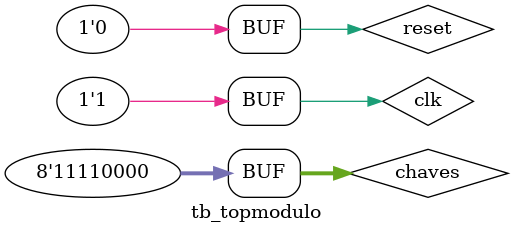
<source format=sv>
`timescale 1ns / 1ps

module tb_topmodulo();

           logic       clk;
           logic       reset;
           logic [7:0] chaves;
           logic [7:0] leds; 

Processor dut(clk, reset, chaves,leds);

always
    begin
        clk = 0; #5; clk = 1; #5;
    end
        
    initial begin

//    chaves = 8'b00001111; #20;
//    chaves = 8'b00110011; #20;
    chaves = 8'b11110000; #20;
//    chaves = 8'b01010101; #20;
    reset = 1;#30;
    reset = 0;    
    
    
    
    end
endmodule

</source>
